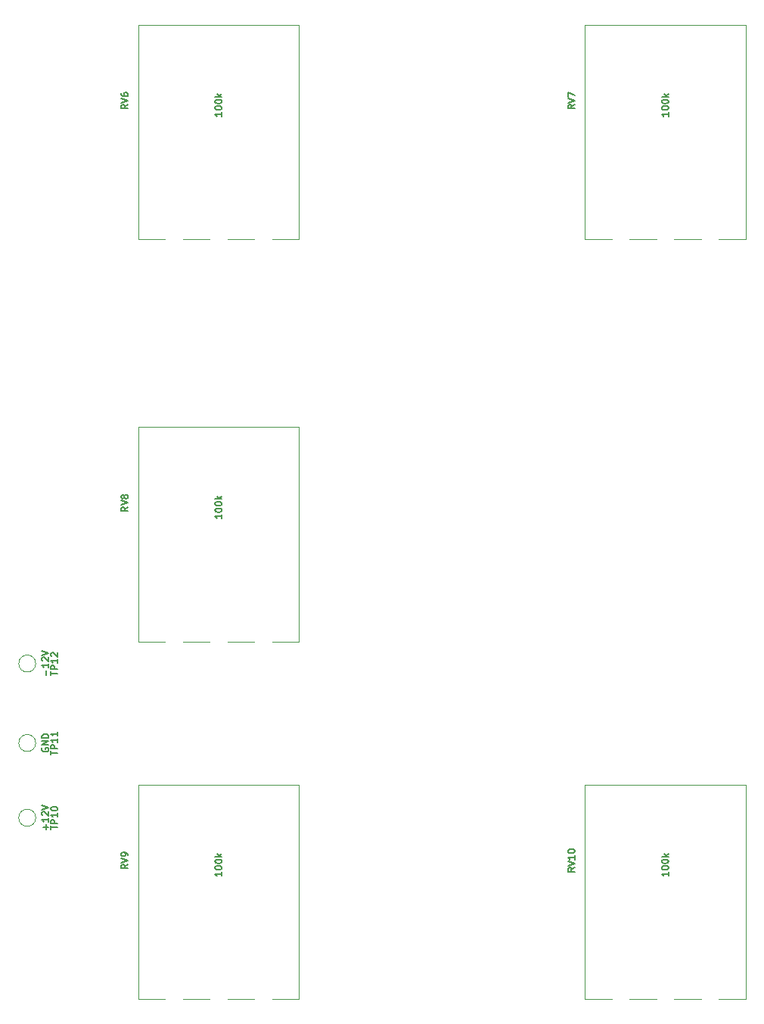
<source format=gto>
G04 #@! TF.GenerationSoftware,KiCad,Pcbnew,7.0.2-6a45011f42~172~ubuntu22.04.1*
G04 #@! TF.CreationDate,2023-05-05T21:08:36-04:00*
G04 #@! TF.ProjectId,pmf_B2,706d665f-4232-42e6-9b69-6361645f7063,rev?*
G04 #@! TF.SameCoordinates,Original*
G04 #@! TF.FileFunction,Legend,Top*
G04 #@! TF.FilePolarity,Positive*
%FSLAX46Y46*%
G04 Gerber Fmt 4.6, Leading zero omitted, Abs format (unit mm)*
G04 Created by KiCad (PCBNEW 7.0.2-6a45011f42~172~ubuntu22.04.1) date 2023-05-05 21:08:36*
%MOMM*%
%LPD*%
G01*
G04 APERTURE LIST*
%ADD10C,0.150000*%
%ADD11C,0.120000*%
G04 APERTURE END LIST*
D10*
G04 #@! TO.C,RV8*
X117346964Y-97946428D02*
X116989821Y-98196428D01*
X117346964Y-98374999D02*
X116596964Y-98374999D01*
X116596964Y-98374999D02*
X116596964Y-98089285D01*
X116596964Y-98089285D02*
X116632678Y-98017856D01*
X116632678Y-98017856D02*
X116668392Y-97982142D01*
X116668392Y-97982142D02*
X116739821Y-97946428D01*
X116739821Y-97946428D02*
X116846964Y-97946428D01*
X116846964Y-97946428D02*
X116918392Y-97982142D01*
X116918392Y-97982142D02*
X116954107Y-98017856D01*
X116954107Y-98017856D02*
X116989821Y-98089285D01*
X116989821Y-98089285D02*
X116989821Y-98374999D01*
X116596964Y-97732142D02*
X117346964Y-97482142D01*
X117346964Y-97482142D02*
X116596964Y-97232142D01*
X116918392Y-96874999D02*
X116882678Y-96946428D01*
X116882678Y-96946428D02*
X116846964Y-96982142D01*
X116846964Y-96982142D02*
X116775535Y-97017856D01*
X116775535Y-97017856D02*
X116739821Y-97017856D01*
X116739821Y-97017856D02*
X116668392Y-96982142D01*
X116668392Y-96982142D02*
X116632678Y-96946428D01*
X116632678Y-96946428D02*
X116596964Y-96874999D01*
X116596964Y-96874999D02*
X116596964Y-96732142D01*
X116596964Y-96732142D02*
X116632678Y-96660714D01*
X116632678Y-96660714D02*
X116668392Y-96624999D01*
X116668392Y-96624999D02*
X116739821Y-96589285D01*
X116739821Y-96589285D02*
X116775535Y-96589285D01*
X116775535Y-96589285D02*
X116846964Y-96624999D01*
X116846964Y-96624999D02*
X116882678Y-96660714D01*
X116882678Y-96660714D02*
X116918392Y-96732142D01*
X116918392Y-96732142D02*
X116918392Y-96874999D01*
X116918392Y-96874999D02*
X116954107Y-96946428D01*
X116954107Y-96946428D02*
X116989821Y-96982142D01*
X116989821Y-96982142D02*
X117061250Y-97017856D01*
X117061250Y-97017856D02*
X117204107Y-97017856D01*
X117204107Y-97017856D02*
X117275535Y-96982142D01*
X117275535Y-96982142D02*
X117311250Y-96946428D01*
X117311250Y-96946428D02*
X117346964Y-96874999D01*
X117346964Y-96874999D02*
X117346964Y-96732142D01*
X117346964Y-96732142D02*
X117311250Y-96660714D01*
X117311250Y-96660714D02*
X117275535Y-96624999D01*
X117275535Y-96624999D02*
X117204107Y-96589285D01*
X117204107Y-96589285D02*
X117061250Y-96589285D01*
X117061250Y-96589285D02*
X116989821Y-96624999D01*
X116989821Y-96624999D02*
X116954107Y-96660714D01*
X116954107Y-96660714D02*
X116918392Y-96732142D01*
X127846964Y-98803571D02*
X127846964Y-99232142D01*
X127846964Y-99017857D02*
X127096964Y-99017857D01*
X127096964Y-99017857D02*
X127204107Y-99089285D01*
X127204107Y-99089285D02*
X127275535Y-99160714D01*
X127275535Y-99160714D02*
X127311250Y-99232142D01*
X127096964Y-98339285D02*
X127096964Y-98267856D01*
X127096964Y-98267856D02*
X127132678Y-98196428D01*
X127132678Y-98196428D02*
X127168392Y-98160714D01*
X127168392Y-98160714D02*
X127239821Y-98124999D01*
X127239821Y-98124999D02*
X127382678Y-98089285D01*
X127382678Y-98089285D02*
X127561250Y-98089285D01*
X127561250Y-98089285D02*
X127704107Y-98124999D01*
X127704107Y-98124999D02*
X127775535Y-98160714D01*
X127775535Y-98160714D02*
X127811250Y-98196428D01*
X127811250Y-98196428D02*
X127846964Y-98267856D01*
X127846964Y-98267856D02*
X127846964Y-98339285D01*
X127846964Y-98339285D02*
X127811250Y-98410714D01*
X127811250Y-98410714D02*
X127775535Y-98446428D01*
X127775535Y-98446428D02*
X127704107Y-98482142D01*
X127704107Y-98482142D02*
X127561250Y-98517856D01*
X127561250Y-98517856D02*
X127382678Y-98517856D01*
X127382678Y-98517856D02*
X127239821Y-98482142D01*
X127239821Y-98482142D02*
X127168392Y-98446428D01*
X127168392Y-98446428D02*
X127132678Y-98410714D01*
X127132678Y-98410714D02*
X127096964Y-98339285D01*
X127096964Y-97624999D02*
X127096964Y-97553570D01*
X127096964Y-97553570D02*
X127132678Y-97482142D01*
X127132678Y-97482142D02*
X127168392Y-97446428D01*
X127168392Y-97446428D02*
X127239821Y-97410713D01*
X127239821Y-97410713D02*
X127382678Y-97374999D01*
X127382678Y-97374999D02*
X127561250Y-97374999D01*
X127561250Y-97374999D02*
X127704107Y-97410713D01*
X127704107Y-97410713D02*
X127775535Y-97446428D01*
X127775535Y-97446428D02*
X127811250Y-97482142D01*
X127811250Y-97482142D02*
X127846964Y-97553570D01*
X127846964Y-97553570D02*
X127846964Y-97624999D01*
X127846964Y-97624999D02*
X127811250Y-97696428D01*
X127811250Y-97696428D02*
X127775535Y-97732142D01*
X127775535Y-97732142D02*
X127704107Y-97767856D01*
X127704107Y-97767856D02*
X127561250Y-97803570D01*
X127561250Y-97803570D02*
X127382678Y-97803570D01*
X127382678Y-97803570D02*
X127239821Y-97767856D01*
X127239821Y-97767856D02*
X127168392Y-97732142D01*
X127168392Y-97732142D02*
X127132678Y-97696428D01*
X127132678Y-97696428D02*
X127096964Y-97624999D01*
X127846964Y-97053570D02*
X127096964Y-97053570D01*
X127561250Y-96982142D02*
X127846964Y-96767856D01*
X127346964Y-96767856D02*
X127632678Y-97053570D01*
G04 #@! TO.C,RV6*
X117346964Y-52946428D02*
X116989821Y-53196428D01*
X117346964Y-53374999D02*
X116596964Y-53374999D01*
X116596964Y-53374999D02*
X116596964Y-53089285D01*
X116596964Y-53089285D02*
X116632678Y-53017856D01*
X116632678Y-53017856D02*
X116668392Y-52982142D01*
X116668392Y-52982142D02*
X116739821Y-52946428D01*
X116739821Y-52946428D02*
X116846964Y-52946428D01*
X116846964Y-52946428D02*
X116918392Y-52982142D01*
X116918392Y-52982142D02*
X116954107Y-53017856D01*
X116954107Y-53017856D02*
X116989821Y-53089285D01*
X116989821Y-53089285D02*
X116989821Y-53374999D01*
X116596964Y-52732142D02*
X117346964Y-52482142D01*
X117346964Y-52482142D02*
X116596964Y-52232142D01*
X116596964Y-51660714D02*
X116596964Y-51803571D01*
X116596964Y-51803571D02*
X116632678Y-51874999D01*
X116632678Y-51874999D02*
X116668392Y-51910714D01*
X116668392Y-51910714D02*
X116775535Y-51982142D01*
X116775535Y-51982142D02*
X116918392Y-52017856D01*
X116918392Y-52017856D02*
X117204107Y-52017856D01*
X117204107Y-52017856D02*
X117275535Y-51982142D01*
X117275535Y-51982142D02*
X117311250Y-51946428D01*
X117311250Y-51946428D02*
X117346964Y-51874999D01*
X117346964Y-51874999D02*
X117346964Y-51732142D01*
X117346964Y-51732142D02*
X117311250Y-51660714D01*
X117311250Y-51660714D02*
X117275535Y-51624999D01*
X117275535Y-51624999D02*
X117204107Y-51589285D01*
X117204107Y-51589285D02*
X117025535Y-51589285D01*
X117025535Y-51589285D02*
X116954107Y-51624999D01*
X116954107Y-51624999D02*
X116918392Y-51660714D01*
X116918392Y-51660714D02*
X116882678Y-51732142D01*
X116882678Y-51732142D02*
X116882678Y-51874999D01*
X116882678Y-51874999D02*
X116918392Y-51946428D01*
X116918392Y-51946428D02*
X116954107Y-51982142D01*
X116954107Y-51982142D02*
X117025535Y-52017856D01*
X127846964Y-53803571D02*
X127846964Y-54232142D01*
X127846964Y-54017857D02*
X127096964Y-54017857D01*
X127096964Y-54017857D02*
X127204107Y-54089285D01*
X127204107Y-54089285D02*
X127275535Y-54160714D01*
X127275535Y-54160714D02*
X127311250Y-54232142D01*
X127096964Y-53339285D02*
X127096964Y-53267856D01*
X127096964Y-53267856D02*
X127132678Y-53196428D01*
X127132678Y-53196428D02*
X127168392Y-53160714D01*
X127168392Y-53160714D02*
X127239821Y-53124999D01*
X127239821Y-53124999D02*
X127382678Y-53089285D01*
X127382678Y-53089285D02*
X127561250Y-53089285D01*
X127561250Y-53089285D02*
X127704107Y-53124999D01*
X127704107Y-53124999D02*
X127775535Y-53160714D01*
X127775535Y-53160714D02*
X127811250Y-53196428D01*
X127811250Y-53196428D02*
X127846964Y-53267856D01*
X127846964Y-53267856D02*
X127846964Y-53339285D01*
X127846964Y-53339285D02*
X127811250Y-53410714D01*
X127811250Y-53410714D02*
X127775535Y-53446428D01*
X127775535Y-53446428D02*
X127704107Y-53482142D01*
X127704107Y-53482142D02*
X127561250Y-53517856D01*
X127561250Y-53517856D02*
X127382678Y-53517856D01*
X127382678Y-53517856D02*
X127239821Y-53482142D01*
X127239821Y-53482142D02*
X127168392Y-53446428D01*
X127168392Y-53446428D02*
X127132678Y-53410714D01*
X127132678Y-53410714D02*
X127096964Y-53339285D01*
X127096964Y-52624999D02*
X127096964Y-52553570D01*
X127096964Y-52553570D02*
X127132678Y-52482142D01*
X127132678Y-52482142D02*
X127168392Y-52446428D01*
X127168392Y-52446428D02*
X127239821Y-52410713D01*
X127239821Y-52410713D02*
X127382678Y-52374999D01*
X127382678Y-52374999D02*
X127561250Y-52374999D01*
X127561250Y-52374999D02*
X127704107Y-52410713D01*
X127704107Y-52410713D02*
X127775535Y-52446428D01*
X127775535Y-52446428D02*
X127811250Y-52482142D01*
X127811250Y-52482142D02*
X127846964Y-52553570D01*
X127846964Y-52553570D02*
X127846964Y-52624999D01*
X127846964Y-52624999D02*
X127811250Y-52696428D01*
X127811250Y-52696428D02*
X127775535Y-52732142D01*
X127775535Y-52732142D02*
X127704107Y-52767856D01*
X127704107Y-52767856D02*
X127561250Y-52803570D01*
X127561250Y-52803570D02*
X127382678Y-52803570D01*
X127382678Y-52803570D02*
X127239821Y-52767856D01*
X127239821Y-52767856D02*
X127168392Y-52732142D01*
X127168392Y-52732142D02*
X127132678Y-52696428D01*
X127132678Y-52696428D02*
X127096964Y-52624999D01*
X127846964Y-52053570D02*
X127096964Y-52053570D01*
X127561250Y-51982142D02*
X127846964Y-51767856D01*
X127346964Y-51767856D02*
X127632678Y-52053570D01*
G04 #@! TO.C,RV9*
X117346964Y-137946428D02*
X116989821Y-138196428D01*
X117346964Y-138374999D02*
X116596964Y-138374999D01*
X116596964Y-138374999D02*
X116596964Y-138089285D01*
X116596964Y-138089285D02*
X116632678Y-138017856D01*
X116632678Y-138017856D02*
X116668392Y-137982142D01*
X116668392Y-137982142D02*
X116739821Y-137946428D01*
X116739821Y-137946428D02*
X116846964Y-137946428D01*
X116846964Y-137946428D02*
X116918392Y-137982142D01*
X116918392Y-137982142D02*
X116954107Y-138017856D01*
X116954107Y-138017856D02*
X116989821Y-138089285D01*
X116989821Y-138089285D02*
X116989821Y-138374999D01*
X116596964Y-137732142D02*
X117346964Y-137482142D01*
X117346964Y-137482142D02*
X116596964Y-137232142D01*
X117346964Y-136946428D02*
X117346964Y-136803571D01*
X117346964Y-136803571D02*
X117311250Y-136732142D01*
X117311250Y-136732142D02*
X117275535Y-136696428D01*
X117275535Y-136696428D02*
X117168392Y-136624999D01*
X117168392Y-136624999D02*
X117025535Y-136589285D01*
X117025535Y-136589285D02*
X116739821Y-136589285D01*
X116739821Y-136589285D02*
X116668392Y-136624999D01*
X116668392Y-136624999D02*
X116632678Y-136660714D01*
X116632678Y-136660714D02*
X116596964Y-136732142D01*
X116596964Y-136732142D02*
X116596964Y-136874999D01*
X116596964Y-136874999D02*
X116632678Y-136946428D01*
X116632678Y-136946428D02*
X116668392Y-136982142D01*
X116668392Y-136982142D02*
X116739821Y-137017856D01*
X116739821Y-137017856D02*
X116918392Y-137017856D01*
X116918392Y-137017856D02*
X116989821Y-136982142D01*
X116989821Y-136982142D02*
X117025535Y-136946428D01*
X117025535Y-136946428D02*
X117061250Y-136874999D01*
X117061250Y-136874999D02*
X117061250Y-136732142D01*
X117061250Y-136732142D02*
X117025535Y-136660714D01*
X117025535Y-136660714D02*
X116989821Y-136624999D01*
X116989821Y-136624999D02*
X116918392Y-136589285D01*
X127846964Y-138803571D02*
X127846964Y-139232142D01*
X127846964Y-139017857D02*
X127096964Y-139017857D01*
X127096964Y-139017857D02*
X127204107Y-139089285D01*
X127204107Y-139089285D02*
X127275535Y-139160714D01*
X127275535Y-139160714D02*
X127311250Y-139232142D01*
X127096964Y-138339285D02*
X127096964Y-138267856D01*
X127096964Y-138267856D02*
X127132678Y-138196428D01*
X127132678Y-138196428D02*
X127168392Y-138160714D01*
X127168392Y-138160714D02*
X127239821Y-138124999D01*
X127239821Y-138124999D02*
X127382678Y-138089285D01*
X127382678Y-138089285D02*
X127561250Y-138089285D01*
X127561250Y-138089285D02*
X127704107Y-138124999D01*
X127704107Y-138124999D02*
X127775535Y-138160714D01*
X127775535Y-138160714D02*
X127811250Y-138196428D01*
X127811250Y-138196428D02*
X127846964Y-138267856D01*
X127846964Y-138267856D02*
X127846964Y-138339285D01*
X127846964Y-138339285D02*
X127811250Y-138410714D01*
X127811250Y-138410714D02*
X127775535Y-138446428D01*
X127775535Y-138446428D02*
X127704107Y-138482142D01*
X127704107Y-138482142D02*
X127561250Y-138517856D01*
X127561250Y-138517856D02*
X127382678Y-138517856D01*
X127382678Y-138517856D02*
X127239821Y-138482142D01*
X127239821Y-138482142D02*
X127168392Y-138446428D01*
X127168392Y-138446428D02*
X127132678Y-138410714D01*
X127132678Y-138410714D02*
X127096964Y-138339285D01*
X127096964Y-137624999D02*
X127096964Y-137553570D01*
X127096964Y-137553570D02*
X127132678Y-137482142D01*
X127132678Y-137482142D02*
X127168392Y-137446428D01*
X127168392Y-137446428D02*
X127239821Y-137410713D01*
X127239821Y-137410713D02*
X127382678Y-137374999D01*
X127382678Y-137374999D02*
X127561250Y-137374999D01*
X127561250Y-137374999D02*
X127704107Y-137410713D01*
X127704107Y-137410713D02*
X127775535Y-137446428D01*
X127775535Y-137446428D02*
X127811250Y-137482142D01*
X127811250Y-137482142D02*
X127846964Y-137553570D01*
X127846964Y-137553570D02*
X127846964Y-137624999D01*
X127846964Y-137624999D02*
X127811250Y-137696428D01*
X127811250Y-137696428D02*
X127775535Y-137732142D01*
X127775535Y-137732142D02*
X127704107Y-137767856D01*
X127704107Y-137767856D02*
X127561250Y-137803570D01*
X127561250Y-137803570D02*
X127382678Y-137803570D01*
X127382678Y-137803570D02*
X127239821Y-137767856D01*
X127239821Y-137767856D02*
X127168392Y-137732142D01*
X127168392Y-137732142D02*
X127132678Y-137696428D01*
X127132678Y-137696428D02*
X127096964Y-137624999D01*
X127846964Y-137053570D02*
X127096964Y-137053570D01*
X127561250Y-136982142D02*
X127846964Y-136767856D01*
X127346964Y-136767856D02*
X127632678Y-137053570D01*
G04 #@! TO.C,TP10*
X108724964Y-134023571D02*
X108724964Y-133595000D01*
X109474964Y-133809285D02*
X108724964Y-133809285D01*
X109474964Y-133344999D02*
X108724964Y-133344999D01*
X108724964Y-133344999D02*
X108724964Y-133059285D01*
X108724964Y-133059285D02*
X108760678Y-132987856D01*
X108760678Y-132987856D02*
X108796392Y-132952142D01*
X108796392Y-132952142D02*
X108867821Y-132916428D01*
X108867821Y-132916428D02*
X108974964Y-132916428D01*
X108974964Y-132916428D02*
X109046392Y-132952142D01*
X109046392Y-132952142D02*
X109082107Y-132987856D01*
X109082107Y-132987856D02*
X109117821Y-133059285D01*
X109117821Y-133059285D02*
X109117821Y-133344999D01*
X109474964Y-132202142D02*
X109474964Y-132630713D01*
X109474964Y-132416428D02*
X108724964Y-132416428D01*
X108724964Y-132416428D02*
X108832107Y-132487856D01*
X108832107Y-132487856D02*
X108903535Y-132559285D01*
X108903535Y-132559285D02*
X108939250Y-132630713D01*
X108724964Y-131737856D02*
X108724964Y-131666427D01*
X108724964Y-131666427D02*
X108760678Y-131594999D01*
X108760678Y-131594999D02*
X108796392Y-131559285D01*
X108796392Y-131559285D02*
X108867821Y-131523570D01*
X108867821Y-131523570D02*
X109010678Y-131487856D01*
X109010678Y-131487856D02*
X109189250Y-131487856D01*
X109189250Y-131487856D02*
X109332107Y-131523570D01*
X109332107Y-131523570D02*
X109403535Y-131559285D01*
X109403535Y-131559285D02*
X109439250Y-131594999D01*
X109439250Y-131594999D02*
X109474964Y-131666427D01*
X109474964Y-131666427D02*
X109474964Y-131737856D01*
X109474964Y-131737856D02*
X109439250Y-131809285D01*
X109439250Y-131809285D02*
X109403535Y-131844999D01*
X109403535Y-131844999D02*
X109332107Y-131880713D01*
X109332107Y-131880713D02*
X109189250Y-131916427D01*
X109189250Y-131916427D02*
X109010678Y-131916427D01*
X109010678Y-131916427D02*
X108867821Y-131880713D01*
X108867821Y-131880713D02*
X108796392Y-131844999D01*
X108796392Y-131844999D02*
X108760678Y-131809285D01*
X108760678Y-131809285D02*
X108724964Y-131737856D01*
X108173250Y-134041428D02*
X108173250Y-133470000D01*
X108458964Y-133755714D02*
X107887535Y-133755714D01*
X108458964Y-132720000D02*
X108458964Y-133148571D01*
X108458964Y-132934286D02*
X107708964Y-132934286D01*
X107708964Y-132934286D02*
X107816107Y-133005714D01*
X107816107Y-133005714D02*
X107887535Y-133077143D01*
X107887535Y-133077143D02*
X107923250Y-133148571D01*
X107780392Y-132434285D02*
X107744678Y-132398571D01*
X107744678Y-132398571D02*
X107708964Y-132327143D01*
X107708964Y-132327143D02*
X107708964Y-132148571D01*
X107708964Y-132148571D02*
X107744678Y-132077143D01*
X107744678Y-132077143D02*
X107780392Y-132041428D01*
X107780392Y-132041428D02*
X107851821Y-132005714D01*
X107851821Y-132005714D02*
X107923250Y-132005714D01*
X107923250Y-132005714D02*
X108030392Y-132041428D01*
X108030392Y-132041428D02*
X108458964Y-132470000D01*
X108458964Y-132470000D02*
X108458964Y-132005714D01*
X107708964Y-131791428D02*
X108458964Y-131541428D01*
X108458964Y-131541428D02*
X107708964Y-131291428D01*
G04 #@! TO.C,RV10*
X167346964Y-138303571D02*
X166989821Y-138553571D01*
X167346964Y-138732142D02*
X166596964Y-138732142D01*
X166596964Y-138732142D02*
X166596964Y-138446428D01*
X166596964Y-138446428D02*
X166632678Y-138374999D01*
X166632678Y-138374999D02*
X166668392Y-138339285D01*
X166668392Y-138339285D02*
X166739821Y-138303571D01*
X166739821Y-138303571D02*
X166846964Y-138303571D01*
X166846964Y-138303571D02*
X166918392Y-138339285D01*
X166918392Y-138339285D02*
X166954107Y-138374999D01*
X166954107Y-138374999D02*
X166989821Y-138446428D01*
X166989821Y-138446428D02*
X166989821Y-138732142D01*
X166596964Y-138089285D02*
X167346964Y-137839285D01*
X167346964Y-137839285D02*
X166596964Y-137589285D01*
X167346964Y-136946428D02*
X167346964Y-137374999D01*
X167346964Y-137160714D02*
X166596964Y-137160714D01*
X166596964Y-137160714D02*
X166704107Y-137232142D01*
X166704107Y-137232142D02*
X166775535Y-137303571D01*
X166775535Y-137303571D02*
X166811250Y-137374999D01*
X166596964Y-136482142D02*
X166596964Y-136410713D01*
X166596964Y-136410713D02*
X166632678Y-136339285D01*
X166632678Y-136339285D02*
X166668392Y-136303571D01*
X166668392Y-136303571D02*
X166739821Y-136267856D01*
X166739821Y-136267856D02*
X166882678Y-136232142D01*
X166882678Y-136232142D02*
X167061250Y-136232142D01*
X167061250Y-136232142D02*
X167204107Y-136267856D01*
X167204107Y-136267856D02*
X167275535Y-136303571D01*
X167275535Y-136303571D02*
X167311250Y-136339285D01*
X167311250Y-136339285D02*
X167346964Y-136410713D01*
X167346964Y-136410713D02*
X167346964Y-136482142D01*
X167346964Y-136482142D02*
X167311250Y-136553571D01*
X167311250Y-136553571D02*
X167275535Y-136589285D01*
X167275535Y-136589285D02*
X167204107Y-136624999D01*
X167204107Y-136624999D02*
X167061250Y-136660713D01*
X167061250Y-136660713D02*
X166882678Y-136660713D01*
X166882678Y-136660713D02*
X166739821Y-136624999D01*
X166739821Y-136624999D02*
X166668392Y-136589285D01*
X166668392Y-136589285D02*
X166632678Y-136553571D01*
X166632678Y-136553571D02*
X166596964Y-136482142D01*
X177846964Y-138803571D02*
X177846964Y-139232142D01*
X177846964Y-139017857D02*
X177096964Y-139017857D01*
X177096964Y-139017857D02*
X177204107Y-139089285D01*
X177204107Y-139089285D02*
X177275535Y-139160714D01*
X177275535Y-139160714D02*
X177311250Y-139232142D01*
X177096964Y-138339285D02*
X177096964Y-138267856D01*
X177096964Y-138267856D02*
X177132678Y-138196428D01*
X177132678Y-138196428D02*
X177168392Y-138160714D01*
X177168392Y-138160714D02*
X177239821Y-138124999D01*
X177239821Y-138124999D02*
X177382678Y-138089285D01*
X177382678Y-138089285D02*
X177561250Y-138089285D01*
X177561250Y-138089285D02*
X177704107Y-138124999D01*
X177704107Y-138124999D02*
X177775535Y-138160714D01*
X177775535Y-138160714D02*
X177811250Y-138196428D01*
X177811250Y-138196428D02*
X177846964Y-138267856D01*
X177846964Y-138267856D02*
X177846964Y-138339285D01*
X177846964Y-138339285D02*
X177811250Y-138410714D01*
X177811250Y-138410714D02*
X177775535Y-138446428D01*
X177775535Y-138446428D02*
X177704107Y-138482142D01*
X177704107Y-138482142D02*
X177561250Y-138517856D01*
X177561250Y-138517856D02*
X177382678Y-138517856D01*
X177382678Y-138517856D02*
X177239821Y-138482142D01*
X177239821Y-138482142D02*
X177168392Y-138446428D01*
X177168392Y-138446428D02*
X177132678Y-138410714D01*
X177132678Y-138410714D02*
X177096964Y-138339285D01*
X177096964Y-137624999D02*
X177096964Y-137553570D01*
X177096964Y-137553570D02*
X177132678Y-137482142D01*
X177132678Y-137482142D02*
X177168392Y-137446428D01*
X177168392Y-137446428D02*
X177239821Y-137410713D01*
X177239821Y-137410713D02*
X177382678Y-137374999D01*
X177382678Y-137374999D02*
X177561250Y-137374999D01*
X177561250Y-137374999D02*
X177704107Y-137410713D01*
X177704107Y-137410713D02*
X177775535Y-137446428D01*
X177775535Y-137446428D02*
X177811250Y-137482142D01*
X177811250Y-137482142D02*
X177846964Y-137553570D01*
X177846964Y-137553570D02*
X177846964Y-137624999D01*
X177846964Y-137624999D02*
X177811250Y-137696428D01*
X177811250Y-137696428D02*
X177775535Y-137732142D01*
X177775535Y-137732142D02*
X177704107Y-137767856D01*
X177704107Y-137767856D02*
X177561250Y-137803570D01*
X177561250Y-137803570D02*
X177382678Y-137803570D01*
X177382678Y-137803570D02*
X177239821Y-137767856D01*
X177239821Y-137767856D02*
X177168392Y-137732142D01*
X177168392Y-137732142D02*
X177132678Y-137696428D01*
X177132678Y-137696428D02*
X177096964Y-137624999D01*
X177846964Y-137053570D02*
X177096964Y-137053570D01*
X177561250Y-136982142D02*
X177846964Y-136767856D01*
X177346964Y-136767856D02*
X177632678Y-137053570D01*
G04 #@! TO.C,TP12*
X108724964Y-116763571D02*
X108724964Y-116335000D01*
X109474964Y-116549285D02*
X108724964Y-116549285D01*
X109474964Y-116084999D02*
X108724964Y-116084999D01*
X108724964Y-116084999D02*
X108724964Y-115799285D01*
X108724964Y-115799285D02*
X108760678Y-115727856D01*
X108760678Y-115727856D02*
X108796392Y-115692142D01*
X108796392Y-115692142D02*
X108867821Y-115656428D01*
X108867821Y-115656428D02*
X108974964Y-115656428D01*
X108974964Y-115656428D02*
X109046392Y-115692142D01*
X109046392Y-115692142D02*
X109082107Y-115727856D01*
X109082107Y-115727856D02*
X109117821Y-115799285D01*
X109117821Y-115799285D02*
X109117821Y-116084999D01*
X109474964Y-114942142D02*
X109474964Y-115370713D01*
X109474964Y-115156428D02*
X108724964Y-115156428D01*
X108724964Y-115156428D02*
X108832107Y-115227856D01*
X108832107Y-115227856D02*
X108903535Y-115299285D01*
X108903535Y-115299285D02*
X108939250Y-115370713D01*
X108796392Y-114656427D02*
X108760678Y-114620713D01*
X108760678Y-114620713D02*
X108724964Y-114549285D01*
X108724964Y-114549285D02*
X108724964Y-114370713D01*
X108724964Y-114370713D02*
X108760678Y-114299285D01*
X108760678Y-114299285D02*
X108796392Y-114263570D01*
X108796392Y-114263570D02*
X108867821Y-114227856D01*
X108867821Y-114227856D02*
X108939250Y-114227856D01*
X108939250Y-114227856D02*
X109046392Y-114263570D01*
X109046392Y-114263570D02*
X109474964Y-114692142D01*
X109474964Y-114692142D02*
X109474964Y-114227856D01*
X108173250Y-116781428D02*
X108173250Y-116210000D01*
X108458964Y-115460000D02*
X108458964Y-115888571D01*
X108458964Y-115674286D02*
X107708964Y-115674286D01*
X107708964Y-115674286D02*
X107816107Y-115745714D01*
X107816107Y-115745714D02*
X107887535Y-115817143D01*
X107887535Y-115817143D02*
X107923250Y-115888571D01*
X107780392Y-115174285D02*
X107744678Y-115138571D01*
X107744678Y-115138571D02*
X107708964Y-115067143D01*
X107708964Y-115067143D02*
X107708964Y-114888571D01*
X107708964Y-114888571D02*
X107744678Y-114817143D01*
X107744678Y-114817143D02*
X107780392Y-114781428D01*
X107780392Y-114781428D02*
X107851821Y-114745714D01*
X107851821Y-114745714D02*
X107923250Y-114745714D01*
X107923250Y-114745714D02*
X108030392Y-114781428D01*
X108030392Y-114781428D02*
X108458964Y-115210000D01*
X108458964Y-115210000D02*
X108458964Y-114745714D01*
X107708964Y-114531428D02*
X108458964Y-114281428D01*
X108458964Y-114281428D02*
X107708964Y-114031428D01*
G04 #@! TO.C,RV7*
X167346964Y-52946428D02*
X166989821Y-53196428D01*
X167346964Y-53374999D02*
X166596964Y-53374999D01*
X166596964Y-53374999D02*
X166596964Y-53089285D01*
X166596964Y-53089285D02*
X166632678Y-53017856D01*
X166632678Y-53017856D02*
X166668392Y-52982142D01*
X166668392Y-52982142D02*
X166739821Y-52946428D01*
X166739821Y-52946428D02*
X166846964Y-52946428D01*
X166846964Y-52946428D02*
X166918392Y-52982142D01*
X166918392Y-52982142D02*
X166954107Y-53017856D01*
X166954107Y-53017856D02*
X166989821Y-53089285D01*
X166989821Y-53089285D02*
X166989821Y-53374999D01*
X166596964Y-52732142D02*
X167346964Y-52482142D01*
X167346964Y-52482142D02*
X166596964Y-52232142D01*
X166596964Y-52053571D02*
X166596964Y-51553571D01*
X166596964Y-51553571D02*
X167346964Y-51874999D01*
X177846964Y-53803571D02*
X177846964Y-54232142D01*
X177846964Y-54017857D02*
X177096964Y-54017857D01*
X177096964Y-54017857D02*
X177204107Y-54089285D01*
X177204107Y-54089285D02*
X177275535Y-54160714D01*
X177275535Y-54160714D02*
X177311250Y-54232142D01*
X177096964Y-53339285D02*
X177096964Y-53267856D01*
X177096964Y-53267856D02*
X177132678Y-53196428D01*
X177132678Y-53196428D02*
X177168392Y-53160714D01*
X177168392Y-53160714D02*
X177239821Y-53124999D01*
X177239821Y-53124999D02*
X177382678Y-53089285D01*
X177382678Y-53089285D02*
X177561250Y-53089285D01*
X177561250Y-53089285D02*
X177704107Y-53124999D01*
X177704107Y-53124999D02*
X177775535Y-53160714D01*
X177775535Y-53160714D02*
X177811250Y-53196428D01*
X177811250Y-53196428D02*
X177846964Y-53267856D01*
X177846964Y-53267856D02*
X177846964Y-53339285D01*
X177846964Y-53339285D02*
X177811250Y-53410714D01*
X177811250Y-53410714D02*
X177775535Y-53446428D01*
X177775535Y-53446428D02*
X177704107Y-53482142D01*
X177704107Y-53482142D02*
X177561250Y-53517856D01*
X177561250Y-53517856D02*
X177382678Y-53517856D01*
X177382678Y-53517856D02*
X177239821Y-53482142D01*
X177239821Y-53482142D02*
X177168392Y-53446428D01*
X177168392Y-53446428D02*
X177132678Y-53410714D01*
X177132678Y-53410714D02*
X177096964Y-53339285D01*
X177096964Y-52624999D02*
X177096964Y-52553570D01*
X177096964Y-52553570D02*
X177132678Y-52482142D01*
X177132678Y-52482142D02*
X177168392Y-52446428D01*
X177168392Y-52446428D02*
X177239821Y-52410713D01*
X177239821Y-52410713D02*
X177382678Y-52374999D01*
X177382678Y-52374999D02*
X177561250Y-52374999D01*
X177561250Y-52374999D02*
X177704107Y-52410713D01*
X177704107Y-52410713D02*
X177775535Y-52446428D01*
X177775535Y-52446428D02*
X177811250Y-52482142D01*
X177811250Y-52482142D02*
X177846964Y-52553570D01*
X177846964Y-52553570D02*
X177846964Y-52624999D01*
X177846964Y-52624999D02*
X177811250Y-52696428D01*
X177811250Y-52696428D02*
X177775535Y-52732142D01*
X177775535Y-52732142D02*
X177704107Y-52767856D01*
X177704107Y-52767856D02*
X177561250Y-52803570D01*
X177561250Y-52803570D02*
X177382678Y-52803570D01*
X177382678Y-52803570D02*
X177239821Y-52767856D01*
X177239821Y-52767856D02*
X177168392Y-52732142D01*
X177168392Y-52732142D02*
X177132678Y-52696428D01*
X177132678Y-52696428D02*
X177096964Y-52624999D01*
X177846964Y-52053570D02*
X177096964Y-52053570D01*
X177561250Y-51982142D02*
X177846964Y-51767856D01*
X177346964Y-51767856D02*
X177632678Y-52053570D01*
G04 #@! TO.C,TP11*
X108724964Y-125653571D02*
X108724964Y-125225000D01*
X109474964Y-125439285D02*
X108724964Y-125439285D01*
X109474964Y-124974999D02*
X108724964Y-124974999D01*
X108724964Y-124974999D02*
X108724964Y-124689285D01*
X108724964Y-124689285D02*
X108760678Y-124617856D01*
X108760678Y-124617856D02*
X108796392Y-124582142D01*
X108796392Y-124582142D02*
X108867821Y-124546428D01*
X108867821Y-124546428D02*
X108974964Y-124546428D01*
X108974964Y-124546428D02*
X109046392Y-124582142D01*
X109046392Y-124582142D02*
X109082107Y-124617856D01*
X109082107Y-124617856D02*
X109117821Y-124689285D01*
X109117821Y-124689285D02*
X109117821Y-124974999D01*
X109474964Y-123832142D02*
X109474964Y-124260713D01*
X109474964Y-124046428D02*
X108724964Y-124046428D01*
X108724964Y-124046428D02*
X108832107Y-124117856D01*
X108832107Y-124117856D02*
X108903535Y-124189285D01*
X108903535Y-124189285D02*
X108939250Y-124260713D01*
X109474964Y-123117856D02*
X109474964Y-123546427D01*
X109474964Y-123332142D02*
X108724964Y-123332142D01*
X108724964Y-123332142D02*
X108832107Y-123403570D01*
X108832107Y-123403570D02*
X108903535Y-123474999D01*
X108903535Y-123474999D02*
X108939250Y-123546427D01*
X107744678Y-124921428D02*
X107708964Y-124992857D01*
X107708964Y-124992857D02*
X107708964Y-125099999D01*
X107708964Y-125099999D02*
X107744678Y-125207142D01*
X107744678Y-125207142D02*
X107816107Y-125278571D01*
X107816107Y-125278571D02*
X107887535Y-125314285D01*
X107887535Y-125314285D02*
X108030392Y-125349999D01*
X108030392Y-125349999D02*
X108137535Y-125349999D01*
X108137535Y-125349999D02*
X108280392Y-125314285D01*
X108280392Y-125314285D02*
X108351821Y-125278571D01*
X108351821Y-125278571D02*
X108423250Y-125207142D01*
X108423250Y-125207142D02*
X108458964Y-125099999D01*
X108458964Y-125099999D02*
X108458964Y-125028571D01*
X108458964Y-125028571D02*
X108423250Y-124921428D01*
X108423250Y-124921428D02*
X108387535Y-124885714D01*
X108387535Y-124885714D02*
X108137535Y-124885714D01*
X108137535Y-124885714D02*
X108137535Y-125028571D01*
X108458964Y-124564285D02*
X107708964Y-124564285D01*
X107708964Y-124564285D02*
X108458964Y-124135714D01*
X108458964Y-124135714D02*
X107708964Y-124135714D01*
X108458964Y-123778571D02*
X107708964Y-123778571D01*
X107708964Y-123778571D02*
X107708964Y-123600000D01*
X107708964Y-123600000D02*
X107744678Y-123492857D01*
X107744678Y-123492857D02*
X107816107Y-123421428D01*
X107816107Y-123421428D02*
X107887535Y-123385714D01*
X107887535Y-123385714D02*
X108030392Y-123350000D01*
X108030392Y-123350000D02*
X108137535Y-123350000D01*
X108137535Y-123350000D02*
X108280392Y-123385714D01*
X108280392Y-123385714D02*
X108351821Y-123421428D01*
X108351821Y-123421428D02*
X108423250Y-123492857D01*
X108423250Y-123492857D02*
X108458964Y-123600000D01*
X108458964Y-123600000D02*
X108458964Y-123778571D01*
D11*
G04 #@! TO.C,RV8*
X118500000Y-113000000D02*
X118500000Y-89000000D01*
X121500000Y-113000000D02*
X118500000Y-113000000D01*
X126500000Y-113000000D02*
X123500000Y-113000000D01*
X131500000Y-113000000D02*
X128500000Y-113000000D01*
X136500000Y-113000000D02*
X133500000Y-113000000D01*
X118500000Y-89000000D02*
X136500000Y-89000000D01*
X136500000Y-89000000D02*
X136500000Y-113000000D01*
G04 #@! TO.C,RV6*
X118500000Y-68000000D02*
X118500000Y-44000000D01*
X121500000Y-68000000D02*
X118500000Y-68000000D01*
X126500000Y-68000000D02*
X123500000Y-68000000D01*
X131500000Y-68000000D02*
X128500000Y-68000000D01*
X136500000Y-68000000D02*
X133500000Y-68000000D01*
X118500000Y-44000000D02*
X136500000Y-44000000D01*
X136500000Y-44000000D02*
X136500000Y-68000000D01*
G04 #@! TO.C,RV9*
X118500000Y-153000000D02*
X118500000Y-129000000D01*
X121500000Y-153000000D02*
X118500000Y-153000000D01*
X126500000Y-153000000D02*
X123500000Y-153000000D01*
X131500000Y-153000000D02*
X128500000Y-153000000D01*
X136500000Y-153000000D02*
X133500000Y-153000000D01*
X118500000Y-129000000D02*
X136500000Y-129000000D01*
X136500000Y-129000000D02*
X136500000Y-153000000D01*
G04 #@! TO.C,TP10*
X107030000Y-132720000D02*
G75*
G03*
X107030000Y-132720000I-950000J0D01*
G01*
G04 #@! TO.C,RV10*
X168500000Y-153000000D02*
X168500000Y-129000000D01*
X171500000Y-153000000D02*
X168500000Y-153000000D01*
X176500000Y-153000000D02*
X173500000Y-153000000D01*
X181500000Y-153000000D02*
X178500000Y-153000000D01*
X186500000Y-153000000D02*
X183500000Y-153000000D01*
X168500000Y-129000000D02*
X186500000Y-129000000D01*
X186500000Y-129000000D02*
X186500000Y-153000000D01*
G04 #@! TO.C,TP12*
X107030000Y-115460000D02*
G75*
G03*
X107030000Y-115460000I-950000J0D01*
G01*
G04 #@! TO.C,RV7*
X168500000Y-68000000D02*
X168500000Y-44000000D01*
X171500000Y-68000000D02*
X168500000Y-68000000D01*
X176500000Y-68000000D02*
X173500000Y-68000000D01*
X181500000Y-68000000D02*
X178500000Y-68000000D01*
X186500000Y-68000000D02*
X183500000Y-68000000D01*
X168500000Y-44000000D02*
X186500000Y-44000000D01*
X186500000Y-44000000D02*
X186500000Y-68000000D01*
G04 #@! TO.C,TP11*
X107030000Y-124350000D02*
G75*
G03*
X107030000Y-124350000I-950000J0D01*
G01*
G04 #@! TD*
M02*

</source>
